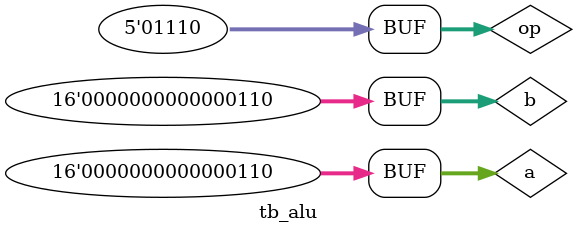
<source format=sv>
module tb_alu; 

				parameter DATA_WIDTH=16;
				logic signed [DATA_WIDTH-1:0] a;
				logic signed [DATA_WIDTH-1:0] b; 
				logic [4:0] op;
				logic signed [DATA_WIDTH-1:0]result;
				logic zero;
				logic neg;
				logic grt;
				logic eq; 

				ALU #(.DATA_WIDTH(DATA_WIDTH)) ALU
				
				(.a(a), .b(b), .op(op), .result(result), .zero(zero), 
				.neg(neg), .grt(grt), .eq(eq));
				
				initial 
					begin
						
						a=16'd2;
						b=16'd3;
					end 
					always
					begin
						for (int i=0; i<15 ; i++)
							begin
							#10ns
								op=i; 
							end
							
						#10ns
						a = 16'd10;
						b = 16'd5;
						
						#10ns
						a = 16'd6;
						b = 16'd6;
						
					end 
endmodule

			   
</source>
